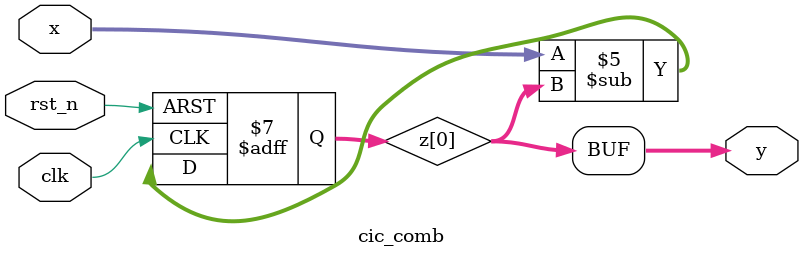
<source format=v>
`timescale 1ns / 1ps
module cic_comb
	#(
		// characteristics
		parameter D = 1,						// feedback delay line length - default 1
		
		// precision
		parameter PRECISION = 12			// the vertical precision
	)
	(
		input rst_n,							// reset (active low)
		input clk,								// clock
		input signed [PRECISION-1:0] x,	// stage input
		output signed [PRECISION-1:0] y	// stage output
    );

	reg signed [PRECISION-1:0] z[0:D-1];
	
	integer i;
	
	always @(posedge clk or negedge rst_n) begin
		if (!rst_n) begin
			for (i = 0; i < D; i = i + 1) begin
				z[i] <= 0;
			end
		end else begin
			z[0] <= x - z[D-1];
			for (i = 1; i < D; i = i + 1) begin
				z[i] <= z[i-1];
			end
		end
	end
	
	assign y = z[0];
	
endmodule

</source>
